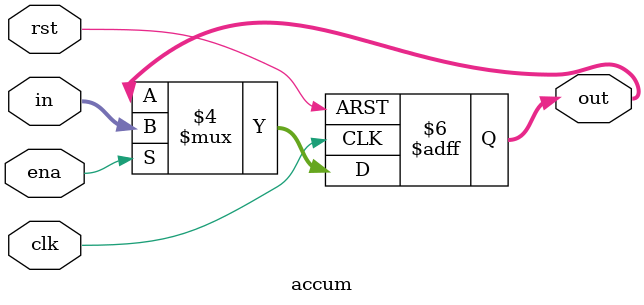
<source format=v>
module accum( in, out, ena, clk, rst);  
    // Dung de luu tru ket qua sau khi tinh toan 
input clk,rst,ena; 
input [7:0] in; 
output reg [7:0] out; 
always @(posedge clk or negedge rst) begin  
    if(!rst) out <= 8'd0; 
    else begin 
        if(ena) out <= in; 
        else out <= out; 
    end 
end 
endmodule
</source>
